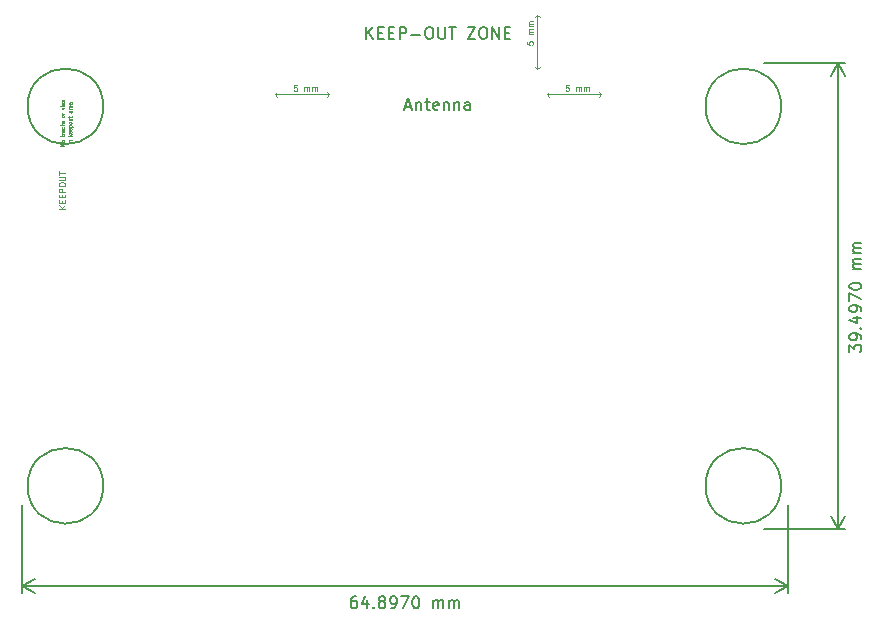
<source format=gbr>
%TF.GenerationSoftware,KiCad,Pcbnew,7.0.6-0*%
%TF.CreationDate,2023-08-12T13:32:15-04:00*%
%TF.ProjectId,wled-esp32-control-board,776c6564-2d65-4737-9033-322d636f6e74,A*%
%TF.SameCoordinates,Original*%
%TF.FileFunction,Other,Comment*%
%FSLAX46Y46*%
G04 Gerber Fmt 4.6, Leading zero omitted, Abs format (unit mm)*
G04 Created by KiCad (PCBNEW 7.0.6-0) date 2023-08-12 13:32:15*
%MOMM*%
%LPD*%
G01*
G04 APERTURE LIST*
%ADD10C,0.150000*%
%ADD11C,0.050000*%
%ADD12C,0.080000*%
%ADD13C,0.100000*%
G04 APERTURE END LIST*
D10*
X167983819Y-92931665D02*
X167983819Y-92312618D01*
X167983819Y-92312618D02*
X168364771Y-92645951D01*
X168364771Y-92645951D02*
X168364771Y-92503094D01*
X168364771Y-92503094D02*
X168412390Y-92407856D01*
X168412390Y-92407856D02*
X168460009Y-92360237D01*
X168460009Y-92360237D02*
X168555247Y-92312618D01*
X168555247Y-92312618D02*
X168793342Y-92312618D01*
X168793342Y-92312618D02*
X168888580Y-92360237D01*
X168888580Y-92360237D02*
X168936200Y-92407856D01*
X168936200Y-92407856D02*
X168983819Y-92503094D01*
X168983819Y-92503094D02*
X168983819Y-92788808D01*
X168983819Y-92788808D02*
X168936200Y-92884046D01*
X168936200Y-92884046D02*
X168888580Y-92931665D01*
X168983819Y-91836427D02*
X168983819Y-91645951D01*
X168983819Y-91645951D02*
X168936200Y-91550713D01*
X168936200Y-91550713D02*
X168888580Y-91503094D01*
X168888580Y-91503094D02*
X168745723Y-91407856D01*
X168745723Y-91407856D02*
X168555247Y-91360237D01*
X168555247Y-91360237D02*
X168174295Y-91360237D01*
X168174295Y-91360237D02*
X168079057Y-91407856D01*
X168079057Y-91407856D02*
X168031438Y-91455475D01*
X168031438Y-91455475D02*
X167983819Y-91550713D01*
X167983819Y-91550713D02*
X167983819Y-91741189D01*
X167983819Y-91741189D02*
X168031438Y-91836427D01*
X168031438Y-91836427D02*
X168079057Y-91884046D01*
X168079057Y-91884046D02*
X168174295Y-91931665D01*
X168174295Y-91931665D02*
X168412390Y-91931665D01*
X168412390Y-91931665D02*
X168507628Y-91884046D01*
X168507628Y-91884046D02*
X168555247Y-91836427D01*
X168555247Y-91836427D02*
X168602866Y-91741189D01*
X168602866Y-91741189D02*
X168602866Y-91550713D01*
X168602866Y-91550713D02*
X168555247Y-91455475D01*
X168555247Y-91455475D02*
X168507628Y-91407856D01*
X168507628Y-91407856D02*
X168412390Y-91360237D01*
X168888580Y-90931665D02*
X168936200Y-90884046D01*
X168936200Y-90884046D02*
X168983819Y-90931665D01*
X168983819Y-90931665D02*
X168936200Y-90979284D01*
X168936200Y-90979284D02*
X168888580Y-90931665D01*
X168888580Y-90931665D02*
X168983819Y-90931665D01*
X168317152Y-90026904D02*
X168983819Y-90026904D01*
X167936200Y-90264999D02*
X168650485Y-90503094D01*
X168650485Y-90503094D02*
X168650485Y-89884047D01*
X168983819Y-89455475D02*
X168983819Y-89264999D01*
X168983819Y-89264999D02*
X168936200Y-89169761D01*
X168936200Y-89169761D02*
X168888580Y-89122142D01*
X168888580Y-89122142D02*
X168745723Y-89026904D01*
X168745723Y-89026904D02*
X168555247Y-88979285D01*
X168555247Y-88979285D02*
X168174295Y-88979285D01*
X168174295Y-88979285D02*
X168079057Y-89026904D01*
X168079057Y-89026904D02*
X168031438Y-89074523D01*
X168031438Y-89074523D02*
X167983819Y-89169761D01*
X167983819Y-89169761D02*
X167983819Y-89360237D01*
X167983819Y-89360237D02*
X168031438Y-89455475D01*
X168031438Y-89455475D02*
X168079057Y-89503094D01*
X168079057Y-89503094D02*
X168174295Y-89550713D01*
X168174295Y-89550713D02*
X168412390Y-89550713D01*
X168412390Y-89550713D02*
X168507628Y-89503094D01*
X168507628Y-89503094D02*
X168555247Y-89455475D01*
X168555247Y-89455475D02*
X168602866Y-89360237D01*
X168602866Y-89360237D02*
X168602866Y-89169761D01*
X168602866Y-89169761D02*
X168555247Y-89074523D01*
X168555247Y-89074523D02*
X168507628Y-89026904D01*
X168507628Y-89026904D02*
X168412390Y-88979285D01*
X167983819Y-88645951D02*
X167983819Y-87979285D01*
X167983819Y-87979285D02*
X168983819Y-88407856D01*
X167983819Y-87407856D02*
X167983819Y-87312618D01*
X167983819Y-87312618D02*
X168031438Y-87217380D01*
X168031438Y-87217380D02*
X168079057Y-87169761D01*
X168079057Y-87169761D02*
X168174295Y-87122142D01*
X168174295Y-87122142D02*
X168364771Y-87074523D01*
X168364771Y-87074523D02*
X168602866Y-87074523D01*
X168602866Y-87074523D02*
X168793342Y-87122142D01*
X168793342Y-87122142D02*
X168888580Y-87169761D01*
X168888580Y-87169761D02*
X168936200Y-87217380D01*
X168936200Y-87217380D02*
X168983819Y-87312618D01*
X168983819Y-87312618D02*
X168983819Y-87407856D01*
X168983819Y-87407856D02*
X168936200Y-87503094D01*
X168936200Y-87503094D02*
X168888580Y-87550713D01*
X168888580Y-87550713D02*
X168793342Y-87598332D01*
X168793342Y-87598332D02*
X168602866Y-87645951D01*
X168602866Y-87645951D02*
X168364771Y-87645951D01*
X168364771Y-87645951D02*
X168174295Y-87598332D01*
X168174295Y-87598332D02*
X168079057Y-87550713D01*
X168079057Y-87550713D02*
X168031438Y-87503094D01*
X168031438Y-87503094D02*
X167983819Y-87407856D01*
X168983819Y-85884046D02*
X168317152Y-85884046D01*
X168412390Y-85884046D02*
X168364771Y-85836427D01*
X168364771Y-85836427D02*
X168317152Y-85741189D01*
X168317152Y-85741189D02*
X168317152Y-85598332D01*
X168317152Y-85598332D02*
X168364771Y-85503094D01*
X168364771Y-85503094D02*
X168460009Y-85455475D01*
X168460009Y-85455475D02*
X168983819Y-85455475D01*
X168460009Y-85455475D02*
X168364771Y-85407856D01*
X168364771Y-85407856D02*
X168317152Y-85312618D01*
X168317152Y-85312618D02*
X168317152Y-85169761D01*
X168317152Y-85169761D02*
X168364771Y-85074522D01*
X168364771Y-85074522D02*
X168460009Y-85026903D01*
X168460009Y-85026903D02*
X168983819Y-85026903D01*
X168983819Y-84550713D02*
X168317152Y-84550713D01*
X168412390Y-84550713D02*
X168364771Y-84503094D01*
X168364771Y-84503094D02*
X168317152Y-84407856D01*
X168317152Y-84407856D02*
X168317152Y-84264999D01*
X168317152Y-84264999D02*
X168364771Y-84169761D01*
X168364771Y-84169761D02*
X168460009Y-84122142D01*
X168460009Y-84122142D02*
X168983819Y-84122142D01*
X168460009Y-84122142D02*
X168364771Y-84074523D01*
X168364771Y-84074523D02*
X168317152Y-83979285D01*
X168317152Y-83979285D02*
X168317152Y-83836428D01*
X168317152Y-83836428D02*
X168364771Y-83741189D01*
X168364771Y-83741189D02*
X168460009Y-83693570D01*
X168460009Y-83693570D02*
X168983819Y-83693570D01*
X160774000Y-107950000D02*
X167591420Y-107950000D01*
X160774000Y-68453000D02*
X167591420Y-68453000D01*
X167005000Y-107950000D02*
X167005000Y-68453000D01*
X167005000Y-107950000D02*
X167005000Y-68453000D01*
X167005000Y-107950000D02*
X166418579Y-106823496D01*
X167005000Y-107950000D02*
X167591421Y-106823496D01*
X167005000Y-68453000D02*
X167591421Y-69579504D01*
X167005000Y-68453000D02*
X166418579Y-69579504D01*
X126222643Y-113627819D02*
X126032167Y-113627819D01*
X126032167Y-113627819D02*
X125936929Y-113675438D01*
X125936929Y-113675438D02*
X125889310Y-113723057D01*
X125889310Y-113723057D02*
X125794072Y-113865914D01*
X125794072Y-113865914D02*
X125746453Y-114056390D01*
X125746453Y-114056390D02*
X125746453Y-114437342D01*
X125746453Y-114437342D02*
X125794072Y-114532580D01*
X125794072Y-114532580D02*
X125841691Y-114580200D01*
X125841691Y-114580200D02*
X125936929Y-114627819D01*
X125936929Y-114627819D02*
X126127405Y-114627819D01*
X126127405Y-114627819D02*
X126222643Y-114580200D01*
X126222643Y-114580200D02*
X126270262Y-114532580D01*
X126270262Y-114532580D02*
X126317881Y-114437342D01*
X126317881Y-114437342D02*
X126317881Y-114199247D01*
X126317881Y-114199247D02*
X126270262Y-114104009D01*
X126270262Y-114104009D02*
X126222643Y-114056390D01*
X126222643Y-114056390D02*
X126127405Y-114008771D01*
X126127405Y-114008771D02*
X125936929Y-114008771D01*
X125936929Y-114008771D02*
X125841691Y-114056390D01*
X125841691Y-114056390D02*
X125794072Y-114104009D01*
X125794072Y-114104009D02*
X125746453Y-114199247D01*
X127175024Y-113961152D02*
X127175024Y-114627819D01*
X126936929Y-113580200D02*
X126698834Y-114294485D01*
X126698834Y-114294485D02*
X127317881Y-114294485D01*
X127698834Y-114532580D02*
X127746453Y-114580200D01*
X127746453Y-114580200D02*
X127698834Y-114627819D01*
X127698834Y-114627819D02*
X127651215Y-114580200D01*
X127651215Y-114580200D02*
X127698834Y-114532580D01*
X127698834Y-114532580D02*
X127698834Y-114627819D01*
X128317881Y-114056390D02*
X128222643Y-114008771D01*
X128222643Y-114008771D02*
X128175024Y-113961152D01*
X128175024Y-113961152D02*
X128127405Y-113865914D01*
X128127405Y-113865914D02*
X128127405Y-113818295D01*
X128127405Y-113818295D02*
X128175024Y-113723057D01*
X128175024Y-113723057D02*
X128222643Y-113675438D01*
X128222643Y-113675438D02*
X128317881Y-113627819D01*
X128317881Y-113627819D02*
X128508357Y-113627819D01*
X128508357Y-113627819D02*
X128603595Y-113675438D01*
X128603595Y-113675438D02*
X128651214Y-113723057D01*
X128651214Y-113723057D02*
X128698833Y-113818295D01*
X128698833Y-113818295D02*
X128698833Y-113865914D01*
X128698833Y-113865914D02*
X128651214Y-113961152D01*
X128651214Y-113961152D02*
X128603595Y-114008771D01*
X128603595Y-114008771D02*
X128508357Y-114056390D01*
X128508357Y-114056390D02*
X128317881Y-114056390D01*
X128317881Y-114056390D02*
X128222643Y-114104009D01*
X128222643Y-114104009D02*
X128175024Y-114151628D01*
X128175024Y-114151628D02*
X128127405Y-114246866D01*
X128127405Y-114246866D02*
X128127405Y-114437342D01*
X128127405Y-114437342D02*
X128175024Y-114532580D01*
X128175024Y-114532580D02*
X128222643Y-114580200D01*
X128222643Y-114580200D02*
X128317881Y-114627819D01*
X128317881Y-114627819D02*
X128508357Y-114627819D01*
X128508357Y-114627819D02*
X128603595Y-114580200D01*
X128603595Y-114580200D02*
X128651214Y-114532580D01*
X128651214Y-114532580D02*
X128698833Y-114437342D01*
X128698833Y-114437342D02*
X128698833Y-114246866D01*
X128698833Y-114246866D02*
X128651214Y-114151628D01*
X128651214Y-114151628D02*
X128603595Y-114104009D01*
X128603595Y-114104009D02*
X128508357Y-114056390D01*
X129175024Y-114627819D02*
X129365500Y-114627819D01*
X129365500Y-114627819D02*
X129460738Y-114580200D01*
X129460738Y-114580200D02*
X129508357Y-114532580D01*
X129508357Y-114532580D02*
X129603595Y-114389723D01*
X129603595Y-114389723D02*
X129651214Y-114199247D01*
X129651214Y-114199247D02*
X129651214Y-113818295D01*
X129651214Y-113818295D02*
X129603595Y-113723057D01*
X129603595Y-113723057D02*
X129555976Y-113675438D01*
X129555976Y-113675438D02*
X129460738Y-113627819D01*
X129460738Y-113627819D02*
X129270262Y-113627819D01*
X129270262Y-113627819D02*
X129175024Y-113675438D01*
X129175024Y-113675438D02*
X129127405Y-113723057D01*
X129127405Y-113723057D02*
X129079786Y-113818295D01*
X129079786Y-113818295D02*
X129079786Y-114056390D01*
X129079786Y-114056390D02*
X129127405Y-114151628D01*
X129127405Y-114151628D02*
X129175024Y-114199247D01*
X129175024Y-114199247D02*
X129270262Y-114246866D01*
X129270262Y-114246866D02*
X129460738Y-114246866D01*
X129460738Y-114246866D02*
X129555976Y-114199247D01*
X129555976Y-114199247D02*
X129603595Y-114151628D01*
X129603595Y-114151628D02*
X129651214Y-114056390D01*
X129984548Y-113627819D02*
X130651214Y-113627819D01*
X130651214Y-113627819D02*
X130222643Y-114627819D01*
X131222643Y-113627819D02*
X131317881Y-113627819D01*
X131317881Y-113627819D02*
X131413119Y-113675438D01*
X131413119Y-113675438D02*
X131460738Y-113723057D01*
X131460738Y-113723057D02*
X131508357Y-113818295D01*
X131508357Y-113818295D02*
X131555976Y-114008771D01*
X131555976Y-114008771D02*
X131555976Y-114246866D01*
X131555976Y-114246866D02*
X131508357Y-114437342D01*
X131508357Y-114437342D02*
X131460738Y-114532580D01*
X131460738Y-114532580D02*
X131413119Y-114580200D01*
X131413119Y-114580200D02*
X131317881Y-114627819D01*
X131317881Y-114627819D02*
X131222643Y-114627819D01*
X131222643Y-114627819D02*
X131127405Y-114580200D01*
X131127405Y-114580200D02*
X131079786Y-114532580D01*
X131079786Y-114532580D02*
X131032167Y-114437342D01*
X131032167Y-114437342D02*
X130984548Y-114246866D01*
X130984548Y-114246866D02*
X130984548Y-114008771D01*
X130984548Y-114008771D02*
X131032167Y-113818295D01*
X131032167Y-113818295D02*
X131079786Y-113723057D01*
X131079786Y-113723057D02*
X131127405Y-113675438D01*
X131127405Y-113675438D02*
X131222643Y-113627819D01*
X132746453Y-114627819D02*
X132746453Y-113961152D01*
X132746453Y-114056390D02*
X132794072Y-114008771D01*
X132794072Y-114008771D02*
X132889310Y-113961152D01*
X132889310Y-113961152D02*
X133032167Y-113961152D01*
X133032167Y-113961152D02*
X133127405Y-114008771D01*
X133127405Y-114008771D02*
X133175024Y-114104009D01*
X133175024Y-114104009D02*
X133175024Y-114627819D01*
X133175024Y-114104009D02*
X133222643Y-114008771D01*
X133222643Y-114008771D02*
X133317881Y-113961152D01*
X133317881Y-113961152D02*
X133460738Y-113961152D01*
X133460738Y-113961152D02*
X133555977Y-114008771D01*
X133555977Y-114008771D02*
X133603596Y-114104009D01*
X133603596Y-114104009D02*
X133603596Y-114627819D01*
X134079786Y-114627819D02*
X134079786Y-113961152D01*
X134079786Y-114056390D02*
X134127405Y-114008771D01*
X134127405Y-114008771D02*
X134222643Y-113961152D01*
X134222643Y-113961152D02*
X134365500Y-113961152D01*
X134365500Y-113961152D02*
X134460738Y-114008771D01*
X134460738Y-114008771D02*
X134508357Y-114104009D01*
X134508357Y-114104009D02*
X134508357Y-114627819D01*
X134508357Y-114104009D02*
X134555976Y-114008771D01*
X134555976Y-114008771D02*
X134651214Y-113961152D01*
X134651214Y-113961152D02*
X134794071Y-113961152D01*
X134794071Y-113961152D02*
X134889310Y-114008771D01*
X134889310Y-114008771D02*
X134936929Y-114104009D01*
X134936929Y-114104009D02*
X134936929Y-114627819D01*
X162814000Y-105910000D02*
X162814000Y-113362420D01*
X97917000Y-105910000D02*
X97917000Y-113362420D01*
X162814000Y-112776000D02*
X97917000Y-112776000D01*
X162814000Y-112776000D02*
X97917000Y-112776000D01*
X162814000Y-112776000D02*
X161687496Y-113362421D01*
X162814000Y-112776000D02*
X161687496Y-112189579D01*
X97917000Y-112776000D02*
X99043504Y-112189579D01*
X97917000Y-112776000D02*
X99043504Y-113362421D01*
D11*
X101482185Y-75454428D02*
X101182185Y-75454428D01*
X101182185Y-75454428D02*
X101482185Y-75282999D01*
X101482185Y-75282999D02*
X101182185Y-75282999D01*
X101482185Y-75097285D02*
X101467900Y-75125856D01*
X101467900Y-75125856D02*
X101453614Y-75140142D01*
X101453614Y-75140142D02*
X101425042Y-75154428D01*
X101425042Y-75154428D02*
X101339328Y-75154428D01*
X101339328Y-75154428D02*
X101310757Y-75140142D01*
X101310757Y-75140142D02*
X101296471Y-75125856D01*
X101296471Y-75125856D02*
X101282185Y-75097285D01*
X101282185Y-75097285D02*
X101282185Y-75054428D01*
X101282185Y-75054428D02*
X101296471Y-75025856D01*
X101296471Y-75025856D02*
X101310757Y-75011571D01*
X101310757Y-75011571D02*
X101339328Y-74997285D01*
X101339328Y-74997285D02*
X101425042Y-74997285D01*
X101425042Y-74997285D02*
X101453614Y-75011571D01*
X101453614Y-75011571D02*
X101467900Y-75025856D01*
X101467900Y-75025856D02*
X101482185Y-75054428D01*
X101482185Y-75054428D02*
X101482185Y-75097285D01*
X101282185Y-74682999D02*
X101282185Y-74568713D01*
X101182185Y-74640142D02*
X101439328Y-74640142D01*
X101439328Y-74640142D02*
X101467900Y-74625856D01*
X101467900Y-74625856D02*
X101482185Y-74597285D01*
X101482185Y-74597285D02*
X101482185Y-74568713D01*
X101482185Y-74468713D02*
X101282185Y-74468713D01*
X101339328Y-74468713D02*
X101310757Y-74454427D01*
X101310757Y-74454427D02*
X101296471Y-74440142D01*
X101296471Y-74440142D02*
X101282185Y-74411570D01*
X101282185Y-74411570D02*
X101282185Y-74382999D01*
X101482185Y-74154428D02*
X101325042Y-74154428D01*
X101325042Y-74154428D02*
X101296471Y-74168713D01*
X101296471Y-74168713D02*
X101282185Y-74197285D01*
X101282185Y-74197285D02*
X101282185Y-74254428D01*
X101282185Y-74254428D02*
X101296471Y-74282999D01*
X101467900Y-74154428D02*
X101482185Y-74182999D01*
X101482185Y-74182999D02*
X101482185Y-74254428D01*
X101482185Y-74254428D02*
X101467900Y-74282999D01*
X101467900Y-74282999D02*
X101439328Y-74297285D01*
X101439328Y-74297285D02*
X101410757Y-74297285D01*
X101410757Y-74297285D02*
X101382185Y-74282999D01*
X101382185Y-74282999D02*
X101367900Y-74254428D01*
X101367900Y-74254428D02*
X101367900Y-74182999D01*
X101367900Y-74182999D02*
X101353614Y-74154428D01*
X101467900Y-73882999D02*
X101482185Y-73911570D01*
X101482185Y-73911570D02*
X101482185Y-73968713D01*
X101482185Y-73968713D02*
X101467900Y-73997284D01*
X101467900Y-73997284D02*
X101453614Y-74011570D01*
X101453614Y-74011570D02*
X101425042Y-74025856D01*
X101425042Y-74025856D02*
X101339328Y-74025856D01*
X101339328Y-74025856D02*
X101310757Y-74011570D01*
X101310757Y-74011570D02*
X101296471Y-73997284D01*
X101296471Y-73997284D02*
X101282185Y-73968713D01*
X101282185Y-73968713D02*
X101282185Y-73911570D01*
X101282185Y-73911570D02*
X101296471Y-73882999D01*
X101482185Y-73754427D02*
X101182185Y-73754427D01*
X101367900Y-73725856D02*
X101482185Y-73640141D01*
X101282185Y-73640141D02*
X101396471Y-73754427D01*
X101467900Y-73525856D02*
X101482185Y-73497284D01*
X101482185Y-73497284D02*
X101482185Y-73440141D01*
X101482185Y-73440141D02*
X101467900Y-73411570D01*
X101467900Y-73411570D02*
X101439328Y-73397284D01*
X101439328Y-73397284D02*
X101425042Y-73397284D01*
X101425042Y-73397284D02*
X101396471Y-73411570D01*
X101396471Y-73411570D02*
X101382185Y-73440141D01*
X101382185Y-73440141D02*
X101382185Y-73482999D01*
X101382185Y-73482999D02*
X101367900Y-73511570D01*
X101367900Y-73511570D02*
X101339328Y-73525856D01*
X101339328Y-73525856D02*
X101325042Y-73525856D01*
X101325042Y-73525856D02*
X101296471Y-73511570D01*
X101296471Y-73511570D02*
X101282185Y-73482999D01*
X101282185Y-73482999D02*
X101282185Y-73440141D01*
X101282185Y-73440141D02*
X101296471Y-73411570D01*
X101482185Y-72997285D02*
X101467900Y-73025856D01*
X101467900Y-73025856D02*
X101453614Y-73040142D01*
X101453614Y-73040142D02*
X101425042Y-73054428D01*
X101425042Y-73054428D02*
X101339328Y-73054428D01*
X101339328Y-73054428D02*
X101310757Y-73040142D01*
X101310757Y-73040142D02*
X101296471Y-73025856D01*
X101296471Y-73025856D02*
X101282185Y-72997285D01*
X101282185Y-72997285D02*
X101282185Y-72954428D01*
X101282185Y-72954428D02*
X101296471Y-72925856D01*
X101296471Y-72925856D02*
X101310757Y-72911571D01*
X101310757Y-72911571D02*
X101339328Y-72897285D01*
X101339328Y-72897285D02*
X101425042Y-72897285D01*
X101425042Y-72897285D02*
X101453614Y-72911571D01*
X101453614Y-72911571D02*
X101467900Y-72925856D01*
X101467900Y-72925856D02*
X101482185Y-72954428D01*
X101482185Y-72954428D02*
X101482185Y-72997285D01*
X101482185Y-72768713D02*
X101282185Y-72768713D01*
X101339328Y-72768713D02*
X101310757Y-72754427D01*
X101310757Y-72754427D02*
X101296471Y-72740142D01*
X101296471Y-72740142D02*
X101282185Y-72711570D01*
X101282185Y-72711570D02*
X101282185Y-72682999D01*
X101282185Y-72382999D02*
X101482185Y-72311571D01*
X101482185Y-72311571D02*
X101282185Y-72240142D01*
X101482185Y-72125857D02*
X101282185Y-72125857D01*
X101182185Y-72125857D02*
X101196471Y-72140143D01*
X101196471Y-72140143D02*
X101210757Y-72125857D01*
X101210757Y-72125857D02*
X101196471Y-72111571D01*
X101196471Y-72111571D02*
X101182185Y-72125857D01*
X101182185Y-72125857D02*
X101210757Y-72125857D01*
X101482185Y-71854429D02*
X101325042Y-71854429D01*
X101325042Y-71854429D02*
X101296471Y-71868714D01*
X101296471Y-71868714D02*
X101282185Y-71897286D01*
X101282185Y-71897286D02*
X101282185Y-71954429D01*
X101282185Y-71954429D02*
X101296471Y-71983000D01*
X101467900Y-71854429D02*
X101482185Y-71883000D01*
X101482185Y-71883000D02*
X101482185Y-71954429D01*
X101482185Y-71954429D02*
X101467900Y-71983000D01*
X101467900Y-71983000D02*
X101439328Y-71997286D01*
X101439328Y-71997286D02*
X101410757Y-71997286D01*
X101410757Y-71997286D02*
X101382185Y-71983000D01*
X101382185Y-71983000D02*
X101367900Y-71954429D01*
X101367900Y-71954429D02*
X101367900Y-71883000D01*
X101367900Y-71883000D02*
X101353614Y-71854429D01*
X101467900Y-71725857D02*
X101482185Y-71697285D01*
X101482185Y-71697285D02*
X101482185Y-71640142D01*
X101482185Y-71640142D02*
X101467900Y-71611571D01*
X101467900Y-71611571D02*
X101439328Y-71597285D01*
X101439328Y-71597285D02*
X101425042Y-71597285D01*
X101425042Y-71597285D02*
X101396471Y-71611571D01*
X101396471Y-71611571D02*
X101382185Y-71640142D01*
X101382185Y-71640142D02*
X101382185Y-71683000D01*
X101382185Y-71683000D02*
X101367900Y-71711571D01*
X101367900Y-71711571D02*
X101339328Y-71725857D01*
X101339328Y-71725857D02*
X101325042Y-71725857D01*
X101325042Y-71725857D02*
X101296471Y-71711571D01*
X101296471Y-71711571D02*
X101282185Y-71683000D01*
X101282185Y-71683000D02*
X101282185Y-71640142D01*
X101282185Y-71640142D02*
X101296471Y-71611571D01*
X102117185Y-75261572D02*
X101917185Y-75261572D01*
X101817185Y-75261572D02*
X101831471Y-75275858D01*
X101831471Y-75275858D02*
X101845757Y-75261572D01*
X101845757Y-75261572D02*
X101831471Y-75247286D01*
X101831471Y-75247286D02*
X101817185Y-75261572D01*
X101817185Y-75261572D02*
X101845757Y-75261572D01*
X101917185Y-75118715D02*
X102117185Y-75118715D01*
X101945757Y-75118715D02*
X101931471Y-75104429D01*
X101931471Y-75104429D02*
X101917185Y-75075858D01*
X101917185Y-75075858D02*
X101917185Y-75033001D01*
X101917185Y-75033001D02*
X101931471Y-75004429D01*
X101931471Y-75004429D02*
X101960042Y-74990144D01*
X101960042Y-74990144D02*
X102117185Y-74990144D01*
X102117185Y-74618715D02*
X101817185Y-74618715D01*
X102002900Y-74590144D02*
X102117185Y-74504429D01*
X101917185Y-74504429D02*
X102031471Y-74618715D01*
X102102900Y-74261572D02*
X102117185Y-74290144D01*
X102117185Y-74290144D02*
X102117185Y-74347287D01*
X102117185Y-74347287D02*
X102102900Y-74375858D01*
X102102900Y-74375858D02*
X102074328Y-74390144D01*
X102074328Y-74390144D02*
X101960042Y-74390144D01*
X101960042Y-74390144D02*
X101931471Y-74375858D01*
X101931471Y-74375858D02*
X101917185Y-74347287D01*
X101917185Y-74347287D02*
X101917185Y-74290144D01*
X101917185Y-74290144D02*
X101931471Y-74261572D01*
X101931471Y-74261572D02*
X101960042Y-74247287D01*
X101960042Y-74247287D02*
X101988614Y-74247287D01*
X101988614Y-74247287D02*
X102017185Y-74390144D01*
X102102900Y-74004429D02*
X102117185Y-74033001D01*
X102117185Y-74033001D02*
X102117185Y-74090144D01*
X102117185Y-74090144D02*
X102102900Y-74118715D01*
X102102900Y-74118715D02*
X102074328Y-74133001D01*
X102074328Y-74133001D02*
X101960042Y-74133001D01*
X101960042Y-74133001D02*
X101931471Y-74118715D01*
X101931471Y-74118715D02*
X101917185Y-74090144D01*
X101917185Y-74090144D02*
X101917185Y-74033001D01*
X101917185Y-74033001D02*
X101931471Y-74004429D01*
X101931471Y-74004429D02*
X101960042Y-73990144D01*
X101960042Y-73990144D02*
X101988614Y-73990144D01*
X101988614Y-73990144D02*
X102017185Y-74133001D01*
X101917185Y-73861572D02*
X102217185Y-73861572D01*
X101931471Y-73861572D02*
X101917185Y-73833001D01*
X101917185Y-73833001D02*
X101917185Y-73775858D01*
X101917185Y-73775858D02*
X101931471Y-73747286D01*
X101931471Y-73747286D02*
X101945757Y-73733001D01*
X101945757Y-73733001D02*
X101974328Y-73718715D01*
X101974328Y-73718715D02*
X102060042Y-73718715D01*
X102060042Y-73718715D02*
X102088614Y-73733001D01*
X102088614Y-73733001D02*
X102102900Y-73747286D01*
X102102900Y-73747286D02*
X102117185Y-73775858D01*
X102117185Y-73775858D02*
X102117185Y-73833001D01*
X102117185Y-73833001D02*
X102102900Y-73861572D01*
X102117185Y-73547286D02*
X102102900Y-73575857D01*
X102102900Y-73575857D02*
X102088614Y-73590143D01*
X102088614Y-73590143D02*
X102060042Y-73604429D01*
X102060042Y-73604429D02*
X101974328Y-73604429D01*
X101974328Y-73604429D02*
X101945757Y-73590143D01*
X101945757Y-73590143D02*
X101931471Y-73575857D01*
X101931471Y-73575857D02*
X101917185Y-73547286D01*
X101917185Y-73547286D02*
X101917185Y-73504429D01*
X101917185Y-73504429D02*
X101931471Y-73475857D01*
X101931471Y-73475857D02*
X101945757Y-73461572D01*
X101945757Y-73461572D02*
X101974328Y-73447286D01*
X101974328Y-73447286D02*
X102060042Y-73447286D01*
X102060042Y-73447286D02*
X102088614Y-73461572D01*
X102088614Y-73461572D02*
X102102900Y-73475857D01*
X102102900Y-73475857D02*
X102117185Y-73504429D01*
X102117185Y-73504429D02*
X102117185Y-73547286D01*
X101917185Y-73190143D02*
X102117185Y-73190143D01*
X101917185Y-73318714D02*
X102074328Y-73318714D01*
X102074328Y-73318714D02*
X102102900Y-73304428D01*
X102102900Y-73304428D02*
X102117185Y-73275857D01*
X102117185Y-73275857D02*
X102117185Y-73233000D01*
X102117185Y-73233000D02*
X102102900Y-73204428D01*
X102102900Y-73204428D02*
X102088614Y-73190143D01*
X101917185Y-73090142D02*
X101917185Y-72975856D01*
X101817185Y-73047285D02*
X102074328Y-73047285D01*
X102074328Y-73047285D02*
X102102900Y-73032999D01*
X102102900Y-73032999D02*
X102117185Y-73004428D01*
X102117185Y-73004428D02*
X102117185Y-72975856D01*
X102117185Y-72518714D02*
X101960042Y-72518714D01*
X101960042Y-72518714D02*
X101931471Y-72532999D01*
X101931471Y-72532999D02*
X101917185Y-72561571D01*
X101917185Y-72561571D02*
X101917185Y-72618714D01*
X101917185Y-72618714D02*
X101931471Y-72647285D01*
X102102900Y-72518714D02*
X102117185Y-72547285D01*
X102117185Y-72547285D02*
X102117185Y-72618714D01*
X102117185Y-72618714D02*
X102102900Y-72647285D01*
X102102900Y-72647285D02*
X102074328Y-72661571D01*
X102074328Y-72661571D02*
X102045757Y-72661571D01*
X102045757Y-72661571D02*
X102017185Y-72647285D01*
X102017185Y-72647285D02*
X102002900Y-72618714D01*
X102002900Y-72618714D02*
X102002900Y-72547285D01*
X102002900Y-72547285D02*
X101988614Y-72518714D01*
X102117185Y-72375856D02*
X101917185Y-72375856D01*
X101974328Y-72375856D02*
X101945757Y-72361570D01*
X101945757Y-72361570D02*
X101931471Y-72347285D01*
X101931471Y-72347285D02*
X101917185Y-72318713D01*
X101917185Y-72318713D02*
X101917185Y-72290142D01*
X102102900Y-72075856D02*
X102117185Y-72104428D01*
X102117185Y-72104428D02*
X102117185Y-72161571D01*
X102117185Y-72161571D02*
X102102900Y-72190142D01*
X102102900Y-72190142D02*
X102074328Y-72204428D01*
X102074328Y-72204428D02*
X101960042Y-72204428D01*
X101960042Y-72204428D02*
X101931471Y-72190142D01*
X101931471Y-72190142D02*
X101917185Y-72161571D01*
X101917185Y-72161571D02*
X101917185Y-72104428D01*
X101917185Y-72104428D02*
X101931471Y-72075856D01*
X101931471Y-72075856D02*
X101960042Y-72061571D01*
X101960042Y-72061571D02*
X101988614Y-72061571D01*
X101988614Y-72061571D02*
X102017185Y-72204428D01*
X102117185Y-71804428D02*
X101960042Y-71804428D01*
X101960042Y-71804428D02*
X101931471Y-71818713D01*
X101931471Y-71818713D02*
X101917185Y-71847285D01*
X101917185Y-71847285D02*
X101917185Y-71904428D01*
X101917185Y-71904428D02*
X101931471Y-71932999D01*
X102102900Y-71804428D02*
X102117185Y-71832999D01*
X102117185Y-71832999D02*
X102117185Y-71904428D01*
X102117185Y-71904428D02*
X102102900Y-71932999D01*
X102102900Y-71932999D02*
X102074328Y-71947285D01*
X102074328Y-71947285D02*
X102045757Y-71947285D01*
X102045757Y-71947285D02*
X102017185Y-71932999D01*
X102017185Y-71932999D02*
X102002900Y-71904428D01*
X102002900Y-71904428D02*
X102002900Y-71832999D01*
X102002900Y-71832999D02*
X101988614Y-71804428D01*
D12*
X101573149Y-80795619D02*
X101073149Y-80795619D01*
X101573149Y-80509905D02*
X101287435Y-80724190D01*
X101073149Y-80509905D02*
X101358863Y-80795619D01*
X101311244Y-80295619D02*
X101311244Y-80128952D01*
X101573149Y-80057524D02*
X101573149Y-80295619D01*
X101573149Y-80295619D02*
X101073149Y-80295619D01*
X101073149Y-80295619D02*
X101073149Y-80057524D01*
X101311244Y-79843238D02*
X101311244Y-79676571D01*
X101573149Y-79605143D02*
X101573149Y-79843238D01*
X101573149Y-79843238D02*
X101073149Y-79843238D01*
X101073149Y-79843238D02*
X101073149Y-79605143D01*
X101573149Y-79390857D02*
X101073149Y-79390857D01*
X101073149Y-79390857D02*
X101073149Y-79200381D01*
X101073149Y-79200381D02*
X101096959Y-79152762D01*
X101096959Y-79152762D02*
X101120768Y-79128952D01*
X101120768Y-79128952D02*
X101168387Y-79105143D01*
X101168387Y-79105143D02*
X101239816Y-79105143D01*
X101239816Y-79105143D02*
X101287435Y-79128952D01*
X101287435Y-79128952D02*
X101311244Y-79152762D01*
X101311244Y-79152762D02*
X101335054Y-79200381D01*
X101335054Y-79200381D02*
X101335054Y-79390857D01*
X101073149Y-78795619D02*
X101073149Y-78700381D01*
X101073149Y-78700381D02*
X101096959Y-78652762D01*
X101096959Y-78652762D02*
X101144578Y-78605143D01*
X101144578Y-78605143D02*
X101239816Y-78581333D01*
X101239816Y-78581333D02*
X101406482Y-78581333D01*
X101406482Y-78581333D02*
X101501720Y-78605143D01*
X101501720Y-78605143D02*
X101549340Y-78652762D01*
X101549340Y-78652762D02*
X101573149Y-78700381D01*
X101573149Y-78700381D02*
X101573149Y-78795619D01*
X101573149Y-78795619D02*
X101549340Y-78843238D01*
X101549340Y-78843238D02*
X101501720Y-78890857D01*
X101501720Y-78890857D02*
X101406482Y-78914666D01*
X101406482Y-78914666D02*
X101239816Y-78914666D01*
X101239816Y-78914666D02*
X101144578Y-78890857D01*
X101144578Y-78890857D02*
X101096959Y-78843238D01*
X101096959Y-78843238D02*
X101073149Y-78795619D01*
X101073149Y-78367047D02*
X101477911Y-78367047D01*
X101477911Y-78367047D02*
X101525530Y-78343237D01*
X101525530Y-78343237D02*
X101549340Y-78319428D01*
X101549340Y-78319428D02*
X101573149Y-78271809D01*
X101573149Y-78271809D02*
X101573149Y-78176571D01*
X101573149Y-78176571D02*
X101549340Y-78128952D01*
X101549340Y-78128952D02*
X101525530Y-78105142D01*
X101525530Y-78105142D02*
X101477911Y-78081333D01*
X101477911Y-78081333D02*
X101073149Y-78081333D01*
X101073149Y-77914665D02*
X101073149Y-77628951D01*
X101573149Y-77771808D02*
X101073149Y-77771808D01*
D13*
X140674609Y-66646095D02*
X140674609Y-66884190D01*
X140674609Y-66884190D02*
X140912704Y-66907999D01*
X140912704Y-66907999D02*
X140888895Y-66884190D01*
X140888895Y-66884190D02*
X140865085Y-66836571D01*
X140865085Y-66836571D02*
X140865085Y-66717523D01*
X140865085Y-66717523D02*
X140888895Y-66669904D01*
X140888895Y-66669904D02*
X140912704Y-66646095D01*
X140912704Y-66646095D02*
X140960323Y-66622285D01*
X140960323Y-66622285D02*
X141079371Y-66622285D01*
X141079371Y-66622285D02*
X141126990Y-66646095D01*
X141126990Y-66646095D02*
X141150800Y-66669904D01*
X141150800Y-66669904D02*
X141174609Y-66717523D01*
X141174609Y-66717523D02*
X141174609Y-66836571D01*
X141174609Y-66836571D02*
X141150800Y-66884190D01*
X141150800Y-66884190D02*
X141126990Y-66907999D01*
X141174609Y-66027048D02*
X140841276Y-66027048D01*
X140888895Y-66027048D02*
X140865085Y-66003238D01*
X140865085Y-66003238D02*
X140841276Y-65955619D01*
X140841276Y-65955619D02*
X140841276Y-65884191D01*
X140841276Y-65884191D02*
X140865085Y-65836572D01*
X140865085Y-65836572D02*
X140912704Y-65812762D01*
X140912704Y-65812762D02*
X141174609Y-65812762D01*
X140912704Y-65812762D02*
X140865085Y-65788953D01*
X140865085Y-65788953D02*
X140841276Y-65741334D01*
X140841276Y-65741334D02*
X140841276Y-65669905D01*
X140841276Y-65669905D02*
X140865085Y-65622286D01*
X140865085Y-65622286D02*
X140912704Y-65598476D01*
X140912704Y-65598476D02*
X141174609Y-65598476D01*
X141174609Y-65360381D02*
X140841276Y-65360381D01*
X140888895Y-65360381D02*
X140865085Y-65336571D01*
X140865085Y-65336571D02*
X140841276Y-65288952D01*
X140841276Y-65288952D02*
X140841276Y-65217524D01*
X140841276Y-65217524D02*
X140865085Y-65169905D01*
X140865085Y-65169905D02*
X140912704Y-65146095D01*
X140912704Y-65146095D02*
X141174609Y-65146095D01*
X140912704Y-65146095D02*
X140865085Y-65122286D01*
X140865085Y-65122286D02*
X140841276Y-65074667D01*
X140841276Y-65074667D02*
X140841276Y-65003238D01*
X140841276Y-65003238D02*
X140865085Y-64955619D01*
X140865085Y-64955619D02*
X140912704Y-64931809D01*
X140912704Y-64931809D02*
X141174609Y-64931809D01*
X121210404Y-70334109D02*
X120972309Y-70334109D01*
X120972309Y-70334109D02*
X120948500Y-70572204D01*
X120948500Y-70572204D02*
X120972309Y-70548395D01*
X120972309Y-70548395D02*
X121019928Y-70524585D01*
X121019928Y-70524585D02*
X121138976Y-70524585D01*
X121138976Y-70524585D02*
X121186595Y-70548395D01*
X121186595Y-70548395D02*
X121210404Y-70572204D01*
X121210404Y-70572204D02*
X121234214Y-70619823D01*
X121234214Y-70619823D02*
X121234214Y-70738871D01*
X121234214Y-70738871D02*
X121210404Y-70786490D01*
X121210404Y-70786490D02*
X121186595Y-70810300D01*
X121186595Y-70810300D02*
X121138976Y-70834109D01*
X121138976Y-70834109D02*
X121019928Y-70834109D01*
X121019928Y-70834109D02*
X120972309Y-70810300D01*
X120972309Y-70810300D02*
X120948500Y-70786490D01*
X121829451Y-70834109D02*
X121829451Y-70500776D01*
X121829451Y-70548395D02*
X121853261Y-70524585D01*
X121853261Y-70524585D02*
X121900880Y-70500776D01*
X121900880Y-70500776D02*
X121972308Y-70500776D01*
X121972308Y-70500776D02*
X122019927Y-70524585D01*
X122019927Y-70524585D02*
X122043737Y-70572204D01*
X122043737Y-70572204D02*
X122043737Y-70834109D01*
X122043737Y-70572204D02*
X122067546Y-70524585D01*
X122067546Y-70524585D02*
X122115165Y-70500776D01*
X122115165Y-70500776D02*
X122186594Y-70500776D01*
X122186594Y-70500776D02*
X122234213Y-70524585D01*
X122234213Y-70524585D02*
X122258023Y-70572204D01*
X122258023Y-70572204D02*
X122258023Y-70834109D01*
X122496118Y-70834109D02*
X122496118Y-70500776D01*
X122496118Y-70548395D02*
X122519928Y-70524585D01*
X122519928Y-70524585D02*
X122567547Y-70500776D01*
X122567547Y-70500776D02*
X122638975Y-70500776D01*
X122638975Y-70500776D02*
X122686594Y-70524585D01*
X122686594Y-70524585D02*
X122710404Y-70572204D01*
X122710404Y-70572204D02*
X122710404Y-70834109D01*
X122710404Y-70572204D02*
X122734213Y-70524585D01*
X122734213Y-70524585D02*
X122781832Y-70500776D01*
X122781832Y-70500776D02*
X122853261Y-70500776D01*
X122853261Y-70500776D02*
X122900880Y-70524585D01*
X122900880Y-70524585D02*
X122924690Y-70572204D01*
X122924690Y-70572204D02*
X122924690Y-70834109D01*
X144210404Y-70334109D02*
X143972309Y-70334109D01*
X143972309Y-70334109D02*
X143948500Y-70572204D01*
X143948500Y-70572204D02*
X143972309Y-70548395D01*
X143972309Y-70548395D02*
X144019928Y-70524585D01*
X144019928Y-70524585D02*
X144138976Y-70524585D01*
X144138976Y-70524585D02*
X144186595Y-70548395D01*
X144186595Y-70548395D02*
X144210404Y-70572204D01*
X144210404Y-70572204D02*
X144234214Y-70619823D01*
X144234214Y-70619823D02*
X144234214Y-70738871D01*
X144234214Y-70738871D02*
X144210404Y-70786490D01*
X144210404Y-70786490D02*
X144186595Y-70810300D01*
X144186595Y-70810300D02*
X144138976Y-70834109D01*
X144138976Y-70834109D02*
X144019928Y-70834109D01*
X144019928Y-70834109D02*
X143972309Y-70810300D01*
X143972309Y-70810300D02*
X143948500Y-70786490D01*
X144829451Y-70834109D02*
X144829451Y-70500776D01*
X144829451Y-70548395D02*
X144853261Y-70524585D01*
X144853261Y-70524585D02*
X144900880Y-70500776D01*
X144900880Y-70500776D02*
X144972308Y-70500776D01*
X144972308Y-70500776D02*
X145019927Y-70524585D01*
X145019927Y-70524585D02*
X145043737Y-70572204D01*
X145043737Y-70572204D02*
X145043737Y-70834109D01*
X145043737Y-70572204D02*
X145067546Y-70524585D01*
X145067546Y-70524585D02*
X145115165Y-70500776D01*
X145115165Y-70500776D02*
X145186594Y-70500776D01*
X145186594Y-70500776D02*
X145234213Y-70524585D01*
X145234213Y-70524585D02*
X145258023Y-70572204D01*
X145258023Y-70572204D02*
X145258023Y-70834109D01*
X145496118Y-70834109D02*
X145496118Y-70500776D01*
X145496118Y-70548395D02*
X145519928Y-70524585D01*
X145519928Y-70524585D02*
X145567547Y-70500776D01*
X145567547Y-70500776D02*
X145638975Y-70500776D01*
X145638975Y-70500776D02*
X145686594Y-70524585D01*
X145686594Y-70524585D02*
X145710404Y-70572204D01*
X145710404Y-70572204D02*
X145710404Y-70834109D01*
X145710404Y-70572204D02*
X145734213Y-70524585D01*
X145734213Y-70524585D02*
X145781832Y-70500776D01*
X145781832Y-70500776D02*
X145853261Y-70500776D01*
X145853261Y-70500776D02*
X145900880Y-70524585D01*
X145900880Y-70524585D02*
X145924690Y-70572204D01*
X145924690Y-70572204D02*
X145924690Y-70834109D01*
D10*
X130386595Y-72152104D02*
X130862785Y-72152104D01*
X130291357Y-72437819D02*
X130624690Y-71437819D01*
X130624690Y-71437819D02*
X130958023Y-72437819D01*
X131291357Y-71771152D02*
X131291357Y-72437819D01*
X131291357Y-71866390D02*
X131338976Y-71818771D01*
X131338976Y-71818771D02*
X131434214Y-71771152D01*
X131434214Y-71771152D02*
X131577071Y-71771152D01*
X131577071Y-71771152D02*
X131672309Y-71818771D01*
X131672309Y-71818771D02*
X131719928Y-71914009D01*
X131719928Y-71914009D02*
X131719928Y-72437819D01*
X132053262Y-71771152D02*
X132434214Y-71771152D01*
X132196119Y-71437819D02*
X132196119Y-72294961D01*
X132196119Y-72294961D02*
X132243738Y-72390200D01*
X132243738Y-72390200D02*
X132338976Y-72437819D01*
X132338976Y-72437819D02*
X132434214Y-72437819D01*
X133148500Y-72390200D02*
X133053262Y-72437819D01*
X133053262Y-72437819D02*
X132862786Y-72437819D01*
X132862786Y-72437819D02*
X132767548Y-72390200D01*
X132767548Y-72390200D02*
X132719929Y-72294961D01*
X132719929Y-72294961D02*
X132719929Y-71914009D01*
X132719929Y-71914009D02*
X132767548Y-71818771D01*
X132767548Y-71818771D02*
X132862786Y-71771152D01*
X132862786Y-71771152D02*
X133053262Y-71771152D01*
X133053262Y-71771152D02*
X133148500Y-71818771D01*
X133148500Y-71818771D02*
X133196119Y-71914009D01*
X133196119Y-71914009D02*
X133196119Y-72009247D01*
X133196119Y-72009247D02*
X132719929Y-72104485D01*
X133624691Y-71771152D02*
X133624691Y-72437819D01*
X133624691Y-71866390D02*
X133672310Y-71818771D01*
X133672310Y-71818771D02*
X133767548Y-71771152D01*
X133767548Y-71771152D02*
X133910405Y-71771152D01*
X133910405Y-71771152D02*
X134005643Y-71818771D01*
X134005643Y-71818771D02*
X134053262Y-71914009D01*
X134053262Y-71914009D02*
X134053262Y-72437819D01*
X134529453Y-71771152D02*
X134529453Y-72437819D01*
X134529453Y-71866390D02*
X134577072Y-71818771D01*
X134577072Y-71818771D02*
X134672310Y-71771152D01*
X134672310Y-71771152D02*
X134815167Y-71771152D01*
X134815167Y-71771152D02*
X134910405Y-71818771D01*
X134910405Y-71818771D02*
X134958024Y-71914009D01*
X134958024Y-71914009D02*
X134958024Y-72437819D01*
X135862786Y-72437819D02*
X135862786Y-71914009D01*
X135862786Y-71914009D02*
X135815167Y-71818771D01*
X135815167Y-71818771D02*
X135719929Y-71771152D01*
X135719929Y-71771152D02*
X135529453Y-71771152D01*
X135529453Y-71771152D02*
X135434215Y-71818771D01*
X135862786Y-72390200D02*
X135767548Y-72437819D01*
X135767548Y-72437819D02*
X135529453Y-72437819D01*
X135529453Y-72437819D02*
X135434215Y-72390200D01*
X135434215Y-72390200D02*
X135386596Y-72294961D01*
X135386596Y-72294961D02*
X135386596Y-72199723D01*
X135386596Y-72199723D02*
X135434215Y-72104485D01*
X135434215Y-72104485D02*
X135529453Y-72056866D01*
X135529453Y-72056866D02*
X135767548Y-72056866D01*
X135767548Y-72056866D02*
X135862786Y-72009247D01*
X127077071Y-66437819D02*
X127077071Y-65437819D01*
X127648499Y-66437819D02*
X127219928Y-65866390D01*
X127648499Y-65437819D02*
X127077071Y-66009247D01*
X128077071Y-65914009D02*
X128410404Y-65914009D01*
X128553261Y-66437819D02*
X128077071Y-66437819D01*
X128077071Y-66437819D02*
X128077071Y-65437819D01*
X128077071Y-65437819D02*
X128553261Y-65437819D01*
X128981833Y-65914009D02*
X129315166Y-65914009D01*
X129458023Y-66437819D02*
X128981833Y-66437819D01*
X128981833Y-66437819D02*
X128981833Y-65437819D01*
X128981833Y-65437819D02*
X129458023Y-65437819D01*
X129886595Y-66437819D02*
X129886595Y-65437819D01*
X129886595Y-65437819D02*
X130267547Y-65437819D01*
X130267547Y-65437819D02*
X130362785Y-65485438D01*
X130362785Y-65485438D02*
X130410404Y-65533057D01*
X130410404Y-65533057D02*
X130458023Y-65628295D01*
X130458023Y-65628295D02*
X130458023Y-65771152D01*
X130458023Y-65771152D02*
X130410404Y-65866390D01*
X130410404Y-65866390D02*
X130362785Y-65914009D01*
X130362785Y-65914009D02*
X130267547Y-65961628D01*
X130267547Y-65961628D02*
X129886595Y-65961628D01*
X130886595Y-66056866D02*
X131648500Y-66056866D01*
X132315166Y-65437819D02*
X132505642Y-65437819D01*
X132505642Y-65437819D02*
X132600880Y-65485438D01*
X132600880Y-65485438D02*
X132696118Y-65580676D01*
X132696118Y-65580676D02*
X132743737Y-65771152D01*
X132743737Y-65771152D02*
X132743737Y-66104485D01*
X132743737Y-66104485D02*
X132696118Y-66294961D01*
X132696118Y-66294961D02*
X132600880Y-66390200D01*
X132600880Y-66390200D02*
X132505642Y-66437819D01*
X132505642Y-66437819D02*
X132315166Y-66437819D01*
X132315166Y-66437819D02*
X132219928Y-66390200D01*
X132219928Y-66390200D02*
X132124690Y-66294961D01*
X132124690Y-66294961D02*
X132077071Y-66104485D01*
X132077071Y-66104485D02*
X132077071Y-65771152D01*
X132077071Y-65771152D02*
X132124690Y-65580676D01*
X132124690Y-65580676D02*
X132219928Y-65485438D01*
X132219928Y-65485438D02*
X132315166Y-65437819D01*
X133172309Y-65437819D02*
X133172309Y-66247342D01*
X133172309Y-66247342D02*
X133219928Y-66342580D01*
X133219928Y-66342580D02*
X133267547Y-66390200D01*
X133267547Y-66390200D02*
X133362785Y-66437819D01*
X133362785Y-66437819D02*
X133553261Y-66437819D01*
X133553261Y-66437819D02*
X133648499Y-66390200D01*
X133648499Y-66390200D02*
X133696118Y-66342580D01*
X133696118Y-66342580D02*
X133743737Y-66247342D01*
X133743737Y-66247342D02*
X133743737Y-65437819D01*
X134077071Y-65437819D02*
X134648499Y-65437819D01*
X134362785Y-66437819D02*
X134362785Y-65437819D01*
X135648500Y-65437819D02*
X136315166Y-65437819D01*
X136315166Y-65437819D02*
X135648500Y-66437819D01*
X135648500Y-66437819D02*
X136315166Y-66437819D01*
X136886595Y-65437819D02*
X137077071Y-65437819D01*
X137077071Y-65437819D02*
X137172309Y-65485438D01*
X137172309Y-65485438D02*
X137267547Y-65580676D01*
X137267547Y-65580676D02*
X137315166Y-65771152D01*
X137315166Y-65771152D02*
X137315166Y-66104485D01*
X137315166Y-66104485D02*
X137267547Y-66294961D01*
X137267547Y-66294961D02*
X137172309Y-66390200D01*
X137172309Y-66390200D02*
X137077071Y-66437819D01*
X137077071Y-66437819D02*
X136886595Y-66437819D01*
X136886595Y-66437819D02*
X136791357Y-66390200D01*
X136791357Y-66390200D02*
X136696119Y-66294961D01*
X136696119Y-66294961D02*
X136648500Y-66104485D01*
X136648500Y-66104485D02*
X136648500Y-65771152D01*
X136648500Y-65771152D02*
X136696119Y-65580676D01*
X136696119Y-65580676D02*
X136791357Y-65485438D01*
X136791357Y-65485438D02*
X136886595Y-65437819D01*
X137743738Y-66437819D02*
X137743738Y-65437819D01*
X137743738Y-65437819D02*
X138315166Y-66437819D01*
X138315166Y-66437819D02*
X138315166Y-65437819D01*
X138791357Y-65914009D02*
X139124690Y-65914009D01*
X139267547Y-66437819D02*
X138791357Y-66437819D01*
X138791357Y-66437819D02*
X138791357Y-65437819D01*
X138791357Y-65437819D02*
X139267547Y-65437819D01*
%TO.C,H104*%
X104800000Y-104267000D02*
G75*
G03*
X104800000Y-104267000I-3200000J0D01*
G01*
%TO.C,H103*%
X162200000Y-104267000D02*
G75*
G03*
X162200000Y-104267000I-3200000J0D01*
G01*
%TO.C,H101*%
X104800000Y-72136000D02*
G75*
G03*
X104800000Y-72136000I-3200000J0D01*
G01*
%TO.C,H102*%
X162200000Y-72136000D02*
G75*
G03*
X162200000Y-72136000I-3200000J0D01*
G01*
D13*
%TO.C,U103*%
X119348500Y-71108000D02*
X119548500Y-70908000D01*
X119348500Y-71108000D02*
X119548500Y-71308000D01*
X119348500Y-71108000D02*
X123948500Y-71108000D01*
X123948500Y-71108000D02*
X123748500Y-70908000D01*
X123948500Y-71108000D02*
X123748500Y-71308000D01*
X141548500Y-64383000D02*
X141348500Y-64583000D01*
X141548500Y-64383000D02*
X141748500Y-64583000D01*
X141548500Y-68983000D02*
X141348500Y-68783000D01*
X141548500Y-68983000D02*
X141548500Y-64383000D01*
X141548500Y-68983000D02*
X141748500Y-68783000D01*
X142348500Y-71108000D02*
X142548500Y-70908000D01*
X142348500Y-71108000D02*
X142548500Y-71308000D01*
X142348500Y-71108000D02*
X146948500Y-71108000D01*
X146948500Y-71108000D02*
X146748500Y-70908000D01*
X146948500Y-71108000D02*
X146748500Y-71308000D01*
%TD*%
M02*

</source>
